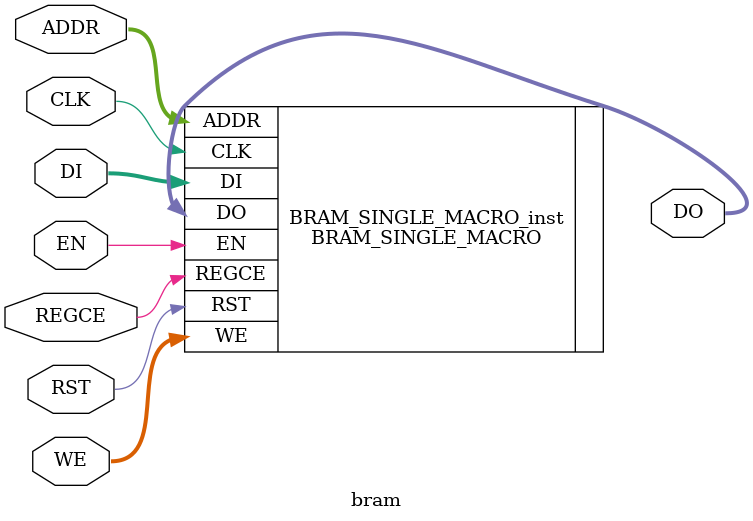
<source format=sv>
`timescale 1ns / 1ps


module bram(
		input wire [9:0] ADDR,
		input wire CLK,
		output wire [31:0] DO,
		input wire EN,
		input wire REGCE,
		input wire [31:0] DI,
		input wire RST,
		input wire [3:0] WE
		//input wire A4,
		//output reg O
    );


	
					

// BRAM_SINGLE_MACRO : In order to incorporate this function into the design,
//   Verilog   : the following instance declaration needs to be placed
//  instance   : in the body of the design code.  The instance name
// declaration : (BRAM_SINGLE_MACRO_inst) and/or the port declarations within the
//    code     : parenthesis may be changed to properly reference and
//             : connect this function to the design.  All inputs
//             : and outputs must be connected.

//  <-----Cut code below this line---->

   // BRAM_SINGLE_MACRO: Single Port RAM
   //                    Artix-7
   // Xilinx HDL Language Template, version 2018.2

   /////////////////////////////////////////////////////////////////////
   //  READ_WIDTH | BRAM_SIZE | READ Depth  | ADDR Width |            //
   // WRITE_WIDTH |           | WRITE Depth |            |  WE Width  //
   // ============|===========|=============|============|============//
   //    37-72    |  "36Kb"   |      512    |    9-bit   |    8-bit   //
   //    19-36    |  "36Kb"   |     1024    |   10-bit   |    4-bit   //
   //    19-36    |  "18Kb"   |      512    |    9-bit   |    4-bit   //
   //    10-18    |  "36Kb"   |     2048    |   11-bit   |    2-bit   //
   //    10-18    |  "18Kb"   |     1024    |   10-bit   |    2-bit   //
   //     5-9     |  "36Kb"   |     4096    |   12-bit   |    1-bit   //
   //     5-9     |  "18Kb"   |     2048    |   11-bit   |    1-bit   //
   //     3-4     |  "36Kb"   |     8192    |   13-bit   |    1-bit   //
   //     3-4     |  "18Kb"   |     4096    |   12-bit   |    1-bit   //
   //       2     |  "36Kb"   |    16384    |   14-bit   |    1-bit   //
   //       2     |  "18Kb"   |     8192    |   13-bit   |    1-bit   //
   //       1     |  "36Kb"   |    32768    |   15-bit   |    1-bit   //
   //       1     |  "18Kb"   |    16384    |   14-bit   |    1-bit   //
   /////////////////////////////////////////////////////////////////////

   BRAM_SINGLE_MACRO #(
      .BRAM_SIZE("36Kb"), // Target BRAM, "18Kb" or "36Kb" 
      .DEVICE("7SERIES"), // Target Device: "7SERIES" 
      .DO_REG(0), // Optional output register (0 or 1)
      .INIT(36'h000000000), // Initial values on output port
      .INIT_FILE ("NONE"),
      .WRITE_WIDTH(32), // Valid values are 1-72 (37-72 only valid when BRAM_SIZE="36Kb")
      .READ_WIDTH(32),  // Valid values are 1-72 (37-72 only valid when BRAM_SIZE="36Kb")
      .SRVAL(36'h000000000), // Set/Reset value for port output
      .WRITE_MODE("WRITE_FIRST"), // "WRITE_FIRST", "READ_FIRST", or "NO_CHANGE" 
      .INIT_00(256'h0000000000000000000000000000000000000000000000000000000000420f1f),
      .INIT_01(256'h0000000000000000000000000000000000000000000000000000000000000000),
      .INIT_02(256'h0000000000000000000000000000000000000000000000000000000000000000),
      .INIT_03(256'h0000000000000000000000000000000000000000000000000000000000000000),
      .INIT_04(256'h0000000000000000000000000000000000000000000000000000000000000000),
      .INIT_05(256'h0000000000000000000000000000000000000000000000000000000000000000),
      .INIT_06(256'h0000000000000000000000000000000000000000000000000000000000000000),
      .INIT_07(256'h0000000000000000000000000000000000000000000000000000000000000000),
      .INIT_08(256'h0000000000000000000000000000000000000000000000000000000000000000),
      .INIT_09(256'h0000000000000000000000000000000000000000000000000000000000000000),
      .INIT_0A(256'h0000000000000000000000000000000000000000000000000000000000000000),
      .INIT_0B(256'h0000000000000000000000000000000000000000000000000000000000000000),
      .INIT_0C(256'h0000000000000000000000000000000000000000000000000000000000000000),
      .INIT_0D(256'h0000000000000000000000000000000000000000000000000000000000000000),
      .INIT_0E(256'h0000000000000000000000000000000000000000000000000000000000000000),
      .INIT_0F(256'h0000000000000000000000000000000000000000000000000000000000000000),
      .INIT_10(256'h0000000000000000000000000000000000000000000000000000000000000000),
      .INIT_11(256'h0000000000000000000000000000000000000000000000000000000000000000),
      .INIT_12(256'h0000000000000000000000000000000000000000000000000000000000000000),
      .INIT_13(256'h0000000000000000000000000000000000000000000000000000000000000000),
      .INIT_14(256'h0000000000000000000000000000000000000000000000000000000000000000),
      .INIT_15(256'h0000000000000000000000000000000000000000000000000000000000000000),
      .INIT_16(256'h0000000000000000000000000000000000000000000000000000000000000000),
      .INIT_17(256'h0000000000000000000000000000000000000000000000000000000000000000),
      .INIT_18(256'h0000000000000000000000000000000000000000000000000000000000000000),
      .INIT_19(256'h0000000000000000000000000000000000000000000000000000000000000000),
      .INIT_1A(256'h0000000000000000000000000000000000000000000000000000000000000000),
      .INIT_1B(256'h0000000000000000000000000000000000000000000000000000000000000000),
      .INIT_1C(256'h0000000000000000000000000000000000000000000000000000000000000000),
      .INIT_1D(256'h0000000000000000000000000000000000000000000000000000000000000000),
      .INIT_1E(256'h0000000000000000000000000000000000000000000000000000000000000000),
      .INIT_1F(256'h0000000000000000000000000000000000000000000000000000000000000000),
      .INIT_20(256'h0000000000000000000000000000000000000000000000000000000000000000),
      .INIT_21(256'h0000000000000000000000000000000000000000000000000000000000000000),
      .INIT_22(256'h0000000000000000000000000000000000000000000000000000000000000000),
      .INIT_23(256'h0000000000000000000000000000000000000000000000000000000000000000),
      .INIT_24(256'h0000000000000000000000000000000000000000000000000000000000000000),
      .INIT_25(256'h0000000000000000000000000000000000000000000000000000000000000000),
      .INIT_26(256'h0000000000000000000000000000000000000000000000000000000000000000),
      .INIT_27(256'h0000000000000000000000000000000000000000000000000000000000000000),
      .INIT_28(256'h0000000000000000000000000000000000000000000000000000000000000000),
      .INIT_29(256'h0000000000000000000000000000000000000000000000000000000000000000),
      .INIT_2A(256'h0000000000000000000000000000000000000000000000000000000000000000),
      .INIT_2B(256'h0000000000000000000000000000000000000000000000000000000000000000),
      .INIT_2C(256'h0000000000000000000000000000000000000000000000000000000000000000),
      .INIT_2D(256'h0000000000000000000000000000000000000000000000000000000000000000),
      .INIT_2E(256'h0000000000000000000000000000000000000000000000000000000000000000),
      .INIT_2F(256'h0000000000000000000000000000000000000000000000000000000000000000),
      .INIT_30(256'h0000000000000000000000000000000000000000000000000000000000000000),
      .INIT_31(256'h0000000000000000000000000000000000000000000000000000000000000000),
      .INIT_32(256'h0000000000000000000000000000000000000000000000000000000000000000),
      .INIT_33(256'h0000000000000000000000000000000000000000000000000000000000000000),
      .INIT_34(256'h0000000000000000000000000000000000000000000000000000000000000000),
      .INIT_35(256'h0000000000000000000000000000000000000000000000000000000000000000),
      .INIT_36(256'h0000000000000000000000000000000000000000000000000000000000000000),
      .INIT_37(256'h0000000000000000000000000000000000000000000000000000000000000000),
      .INIT_38(256'h0000000000000000000000000000000000000000000000000000000000000000),
      .INIT_39(256'h0000000000000000000000000000000000000000000000000000000000000000),
      .INIT_3A(256'h0000000000000000000000000000000000000000000000000000000000000000),
      .INIT_3B(256'h0000000000000000000000000000000000000000000000000000000000000000),
      .INIT_3C(256'h0000000000000000000000000000000000000000000000000000000000000000),
      .INIT_3D(256'h0000000000000000000000000000000000000000000000000000000000000000),
      .INIT_3E(256'h0000000000000000000000000000000000000000000000000000000000000000),
      .INIT_3F(256'h0000000000000000000000000000000000000000000000000000000000000000),

      // The next set of INIT_xx are valid when configured as 36Kb
      .INIT_40(256'h0000000000000000000000000000000000000000000000000000000000000000),
      .INIT_41(256'h0000000000000000000000000000000000000000000000000000000000000000),
      .INIT_42(256'h0000000000000000000000000000000000000000000000000000000000000000),
      .INIT_43(256'h0000000000000000000000000000000000000000000000000000000000000000),
      .INIT_44(256'h0000000000000000000000000000000000000000000000000000000000000000),
      .INIT_45(256'h0000000000000000000000000000000000000000000000000000000000000000),
      .INIT_46(256'h0000000000000000000000000000000000000000000000000000000000000000),
      .INIT_47(256'h0000000000000000000000000000000000000000000000000000000000000000),
      .INIT_48(256'h0000000000000000000000000000000000000000000000000000000000000000),
      .INIT_49(256'h0000000000000000000000000000000000000000000000000000000000000000),
      .INIT_4A(256'h0000000000000000000000000000000000000000000000000000000000000000),
      .INIT_4B(256'h0000000000000000000000000000000000000000000000000000000000000000),
      .INIT_4C(256'h0000000000000000000000000000000000000000000000000000000000000000),
      .INIT_4D(256'h0000000000000000000000000000000000000000000000000000000000000000),
      .INIT_4E(256'h0000000000000000000000000000000000000000000000000000000000000000),
      .INIT_4F(256'h0000000000000000000000000000000000000000000000000000000000000000),
      .INIT_50(256'h0000000000000000000000000000000000000000000000000000000000000000),
      .INIT_51(256'h0000000000000000000000000000000000000000000000000000000000000000),
      .INIT_52(256'h0000000000000000000000000000000000000000000000000000000000000000),
      .INIT_53(256'h0000000000000000000000000000000000000000000000000000000000000000),
      .INIT_54(256'h0000000000000000000000000000000000000000000000000000000000000000),
      .INIT_55(256'h0000000000000000000000000000000000000000000000000000000000000000),
      .INIT_56(256'h0000000000000000000000000000000000000000000000000000000000000000),
      .INIT_57(256'h0000000000000000000000000000000000000000000000000000000000000000),
      .INIT_58(256'h0000000000000000000000000000000000000000000000000000000000000000),
      .INIT_59(256'h0000000000000000000000000000000000000000000000000000000000000000),
      .INIT_5A(256'h0000000000000000000000000000000000000000000000000000000000000000),
      .INIT_5B(256'h0000000000000000000000000000000000000000000000000000000000000000),
      .INIT_5C(256'h0000000000000000000000000000000000000000000000000000000000000000),
      .INIT_5D(256'h0000000000000000000000000000000000000000000000000000000000000000),
      .INIT_5E(256'h0000000000000000000000000000000000000000000000000000000000000000),
      .INIT_5F(256'h0000000000000000000000000000000000000000000000000000000000000000),
      .INIT_60(256'h0000000000000000000000000000000000000000000000000000000000000000),
      .INIT_61(256'h0000000000000000000000000000000000000000000000000000000000000000),
      .INIT_62(256'h0000000000000000000000000000000000000000000000000000000000000000),
      .INIT_63(256'h0000000000000000000000000000000000000000000000000000000000000000),
      .INIT_64(256'h0000000000000000000000000000000000000000000000000000000000000000),
      .INIT_65(256'h0000000000000000000000000000000000000000000000000000000000000000),
      .INIT_66(256'h0000000000000000000000000000000000000000000000000000000000000000),
      .INIT_67(256'h0000000000000000000000000000000000000000000000000000000000000000),
      .INIT_68(256'h0000000000000000000000000000000000000000000000000000000000000000),
      .INIT_69(256'h0000000000000000000000000000000000000000000000000000000000000000),
      .INIT_6A(256'h0000000000000000000000000000000000000000000000000000000000000000),
      .INIT_6B(256'h0000000000000000000000000000000000000000000000000000000000000000),
      .INIT_6C(256'h0000000000000000000000000000000000000000000000000000000000000000),
      .INIT_6D(256'h0000000000000000000000000000000000000000000000000000000000000000),
      .INIT_6E(256'h0000000000000000000000000000000000000000000000000000000000000000),
      .INIT_6F(256'h0000000000000000000000000000000000000000000000000000000000000000),
      .INIT_70(256'h0000000000000000000000000000000000000000000000000000000000000000),
      .INIT_71(256'h0000000000000000000000000000000000000000000000000000000000000000),
      .INIT_72(256'h0000000000000000000000000000000000000000000000000000000000000000),
      .INIT_73(256'h0000000000000000000000000000000000000000000000000000000000000000),
      .INIT_74(256'h0000000000000000000000000000000000000000000000000000000000000000),
      .INIT_75(256'h0000000000000000000000000000000000000000000000000000000000000000),
      .INIT_76(256'h0000000000000000000000000000000000000000000000000000000000000000),
      .INIT_77(256'h0000000000000000000000000000000000000000000000000000000000000000),
      .INIT_78(256'h0000000000000000000000000000000000000000000000000000000000000000),
      .INIT_79(256'h0000000000000000000000000000000000000000000000000000000000000000),
      .INIT_7A(256'h0000000000000000000000000000000000000000000000000000000000000000),
      .INIT_7B(256'h0000000000000000000000000000000000000000000000000000000000000000),
      .INIT_7C(256'h0000000000000000000000000000000000000000000000000000000000000000),
      .INIT_7D(256'h0000000000000000000000000000000000000000000000000000000000000000),
      .INIT_7E(256'h0000000000000000000000000000000000000000000000000000000000000000),
      .INIT_7F(256'h0000000000000000000000000000000000000000000000000000000000000000),

      // The next set of INITP_xx are for the parity bits
      .INITP_00(256'h0000000000000000000000000000000000000000000000000000000000000000),
      .INITP_01(256'h0000000000000000000000000000000000000000000000000000000000000000),
      .INITP_02(256'h0000000000000000000000000000000000000000000000000000000000000000),
      .INITP_03(256'h0000000000000000000000000000000000000000000000000000000000000000),
      .INITP_04(256'h0000000000000000000000000000000000000000000000000000000000000000),
      .INITP_05(256'h0000000000000000000000000000000000000000000000000000000000000000),
      .INITP_06(256'h0000000000000000000000000000000000000000000000000000000000000000),
      .INITP_07(256'h0000000000000000000000000000000000000000000000000000000000000000),

      // The next set of INIT_xx are valid when configured as 36Kb
      .INITP_08(256'h0000000000000000000000000000000000000000000000000000000000000000),
      .INITP_09(256'h0000000000000000000000000000000000000000000000000000000000000000),
      .INITP_0A(256'h0000000000000000000000000000000000000000000000000000000000000000),
      .INITP_0B(256'h0000000000000000000000000000000000000000000000000000000000000000),
      .INITP_0C(256'h0000000000000000000000000000000000000000000000000000000000000000),
      .INITP_0D(256'h0000000000000000000000000000000000000000000000000000000000000000),
      .INITP_0E(256'h0000000000000000000000000000000000000000000000000000000000000000),
      .INITP_0F(256'h0000000000000000000000000000000000000000000000000000000000000000)
   ) BRAM_SINGLE_MACRO_inst (
      .DO(DO),       // Output data, width defined by READ_WIDTH parameter
      .ADDR(ADDR),   // Input address, width defined by read/write port depth
      .CLK(CLK),     // 1-bit input clock
      .DI(DI),       // Input data port, width defined by WRITE_WIDTH parameter
      .EN(EN),       // 1-bit input RAM enable
      .REGCE(REGCE), // 1-bit input output register enable
      .RST(RST),     // 1-bit input reset
      .WE(WE)        // Input write enable, width defined by write port depth
   );
   

   // End of BRAM_SINGLE_MACRO_inst instantiation
				
				
endmodule

</source>
